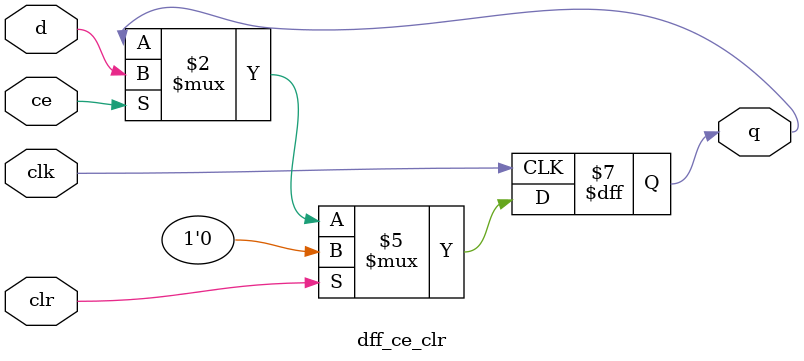
<source format=v>
module dff_ce_clr(clk, clr, ce, d, q);

  input clk, clr, ce, d;
  output q;
  reg q;

  always @(posedge clk)
    if (clr)
      q <= 1'b0;
    else if (ce)
      q <= d;

endmodule
</source>
